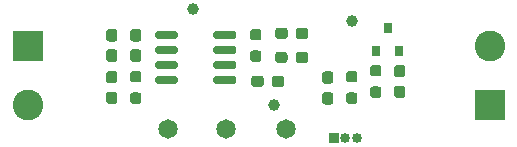
<source format=gbr>
%TF.GenerationSoftware,KiCad,Pcbnew,(5.1.10)-1*%
%TF.CreationDate,2021-06-27T21:28:02-04:00*%
%TF.ProjectId,PWM_Generator,50574d5f-4765-46e6-9572-61746f722e6b,rev?*%
%TF.SameCoordinates,Original*%
%TF.FileFunction,Soldermask,Top*%
%TF.FilePolarity,Negative*%
%FSLAX46Y46*%
G04 Gerber Fmt 4.6, Leading zero omitted, Abs format (unit mm)*
G04 Created by KiCad (PCBNEW (5.1.10)-1) date 2021-06-27 21:28:02*
%MOMM*%
%LPD*%
G01*
G04 APERTURE LIST*
%ADD10O,0.850000X0.850000*%
%ADD11R,0.850000X0.850000*%
%ADD12C,1.651000*%
%ADD13C,1.000000*%
%ADD14R,0.800000X0.900000*%
%ADD15C,2.600000*%
%ADD16R,2.600000X2.600000*%
G04 APERTURE END LIST*
D10*
%TO.C,J3*%
X124936000Y-90678000D03*
X123936000Y-90678000D03*
D11*
X122936000Y-90678000D03*
%TD*%
D12*
%TO.C,R3*%
X118872000Y-89916000D03*
X113850420Y-89916000D03*
X108872020Y-89916000D03*
%TD*%
D13*
%TO.C,TP3*%
X124460000Y-80772000D03*
%TD*%
%TO.C,TP2*%
X110998000Y-79756000D03*
%TD*%
%TO.C,TP1*%
X117856000Y-87884000D03*
%TD*%
%TO.C,U1*%
G36*
G01*
X112752000Y-82065000D02*
X112752000Y-81765000D01*
G75*
G02*
X112902000Y-81615000I150000J0D01*
G01*
X114552000Y-81615000D01*
G75*
G02*
X114702000Y-81765000I0J-150000D01*
G01*
X114702000Y-82065000D01*
G75*
G02*
X114552000Y-82215000I-150000J0D01*
G01*
X112902000Y-82215000D01*
G75*
G02*
X112752000Y-82065000I0J150000D01*
G01*
G37*
G36*
G01*
X112752000Y-83335000D02*
X112752000Y-83035000D01*
G75*
G02*
X112902000Y-82885000I150000J0D01*
G01*
X114552000Y-82885000D01*
G75*
G02*
X114702000Y-83035000I0J-150000D01*
G01*
X114702000Y-83335000D01*
G75*
G02*
X114552000Y-83485000I-150000J0D01*
G01*
X112902000Y-83485000D01*
G75*
G02*
X112752000Y-83335000I0J150000D01*
G01*
G37*
G36*
G01*
X112752000Y-84605000D02*
X112752000Y-84305000D01*
G75*
G02*
X112902000Y-84155000I150000J0D01*
G01*
X114552000Y-84155000D01*
G75*
G02*
X114702000Y-84305000I0J-150000D01*
G01*
X114702000Y-84605000D01*
G75*
G02*
X114552000Y-84755000I-150000J0D01*
G01*
X112902000Y-84755000D01*
G75*
G02*
X112752000Y-84605000I0J150000D01*
G01*
G37*
G36*
G01*
X112752000Y-85875000D02*
X112752000Y-85575000D01*
G75*
G02*
X112902000Y-85425000I150000J0D01*
G01*
X114552000Y-85425000D01*
G75*
G02*
X114702000Y-85575000I0J-150000D01*
G01*
X114702000Y-85875000D01*
G75*
G02*
X114552000Y-86025000I-150000J0D01*
G01*
X112902000Y-86025000D01*
G75*
G02*
X112752000Y-85875000I0J150000D01*
G01*
G37*
G36*
G01*
X107802000Y-85875000D02*
X107802000Y-85575000D01*
G75*
G02*
X107952000Y-85425000I150000J0D01*
G01*
X109602000Y-85425000D01*
G75*
G02*
X109752000Y-85575000I0J-150000D01*
G01*
X109752000Y-85875000D01*
G75*
G02*
X109602000Y-86025000I-150000J0D01*
G01*
X107952000Y-86025000D01*
G75*
G02*
X107802000Y-85875000I0J150000D01*
G01*
G37*
G36*
G01*
X107802000Y-84605000D02*
X107802000Y-84305000D01*
G75*
G02*
X107952000Y-84155000I150000J0D01*
G01*
X109602000Y-84155000D01*
G75*
G02*
X109752000Y-84305000I0J-150000D01*
G01*
X109752000Y-84605000D01*
G75*
G02*
X109602000Y-84755000I-150000J0D01*
G01*
X107952000Y-84755000D01*
G75*
G02*
X107802000Y-84605000I0J150000D01*
G01*
G37*
G36*
G01*
X107802000Y-83335000D02*
X107802000Y-83035000D01*
G75*
G02*
X107952000Y-82885000I150000J0D01*
G01*
X109602000Y-82885000D01*
G75*
G02*
X109752000Y-83035000I0J-150000D01*
G01*
X109752000Y-83335000D01*
G75*
G02*
X109602000Y-83485000I-150000J0D01*
G01*
X107952000Y-83485000D01*
G75*
G02*
X107802000Y-83335000I0J150000D01*
G01*
G37*
G36*
G01*
X107802000Y-82065000D02*
X107802000Y-81765000D01*
G75*
G02*
X107952000Y-81615000I150000J0D01*
G01*
X109602000Y-81615000D01*
G75*
G02*
X109752000Y-81765000I0J-150000D01*
G01*
X109752000Y-82065000D01*
G75*
G02*
X109602000Y-82215000I-150000J0D01*
G01*
X107952000Y-82215000D01*
G75*
G02*
X107802000Y-82065000I0J150000D01*
G01*
G37*
%TD*%
%TO.C,R5*%
G36*
G01*
X126254500Y-86277000D02*
X126729500Y-86277000D01*
G75*
G02*
X126967000Y-86514500I0J-237500D01*
G01*
X126967000Y-87014500D01*
G75*
G02*
X126729500Y-87252000I-237500J0D01*
G01*
X126254500Y-87252000D01*
G75*
G02*
X126017000Y-87014500I0J237500D01*
G01*
X126017000Y-86514500D01*
G75*
G02*
X126254500Y-86277000I237500J0D01*
G01*
G37*
G36*
G01*
X126254500Y-84452000D02*
X126729500Y-84452000D01*
G75*
G02*
X126967000Y-84689500I0J-237500D01*
G01*
X126967000Y-85189500D01*
G75*
G02*
X126729500Y-85427000I-237500J0D01*
G01*
X126254500Y-85427000D01*
G75*
G02*
X126017000Y-85189500I0J237500D01*
G01*
X126017000Y-84689500D01*
G75*
G02*
X126254500Y-84452000I237500J0D01*
G01*
G37*
%TD*%
%TO.C,R4*%
G36*
G01*
X124697500Y-85935000D02*
X124222500Y-85935000D01*
G75*
G02*
X123985000Y-85697500I0J237500D01*
G01*
X123985000Y-85197500D01*
G75*
G02*
X124222500Y-84960000I237500J0D01*
G01*
X124697500Y-84960000D01*
G75*
G02*
X124935000Y-85197500I0J-237500D01*
G01*
X124935000Y-85697500D01*
G75*
G02*
X124697500Y-85935000I-237500J0D01*
G01*
G37*
G36*
G01*
X124697500Y-87760000D02*
X124222500Y-87760000D01*
G75*
G02*
X123985000Y-87522500I0J237500D01*
G01*
X123985000Y-87022500D01*
G75*
G02*
X124222500Y-86785000I237500J0D01*
G01*
X124697500Y-86785000D01*
G75*
G02*
X124935000Y-87022500I0J-237500D01*
G01*
X124935000Y-87522500D01*
G75*
G02*
X124697500Y-87760000I-237500J0D01*
G01*
G37*
%TD*%
%TO.C,R2*%
G36*
G01*
X116094500Y-83229000D02*
X116569500Y-83229000D01*
G75*
G02*
X116807000Y-83466500I0J-237500D01*
G01*
X116807000Y-83966500D01*
G75*
G02*
X116569500Y-84204000I-237500J0D01*
G01*
X116094500Y-84204000D01*
G75*
G02*
X115857000Y-83966500I0J237500D01*
G01*
X115857000Y-83466500D01*
G75*
G02*
X116094500Y-83229000I237500J0D01*
G01*
G37*
G36*
G01*
X116094500Y-81404000D02*
X116569500Y-81404000D01*
G75*
G02*
X116807000Y-81641500I0J-237500D01*
G01*
X116807000Y-82141500D01*
G75*
G02*
X116569500Y-82379000I-237500J0D01*
G01*
X116094500Y-82379000D01*
G75*
G02*
X115857000Y-82141500I0J237500D01*
G01*
X115857000Y-81641500D01*
G75*
G02*
X116094500Y-81404000I237500J0D01*
G01*
G37*
%TD*%
%TO.C,R1*%
G36*
G01*
X105934500Y-86785000D02*
X106409500Y-86785000D01*
G75*
G02*
X106647000Y-87022500I0J-237500D01*
G01*
X106647000Y-87522500D01*
G75*
G02*
X106409500Y-87760000I-237500J0D01*
G01*
X105934500Y-87760000D01*
G75*
G02*
X105697000Y-87522500I0J237500D01*
G01*
X105697000Y-87022500D01*
G75*
G02*
X105934500Y-86785000I237500J0D01*
G01*
G37*
G36*
G01*
X105934500Y-84960000D02*
X106409500Y-84960000D01*
G75*
G02*
X106647000Y-85197500I0J-237500D01*
G01*
X106647000Y-85697500D01*
G75*
G02*
X106409500Y-85935000I-237500J0D01*
G01*
X105934500Y-85935000D01*
G75*
G02*
X105697000Y-85697500I0J237500D01*
G01*
X105697000Y-85197500D01*
G75*
G02*
X105934500Y-84960000I237500J0D01*
G01*
G37*
%TD*%
D14*
%TO.C,Q1*%
X127508000Y-81296000D03*
X128458000Y-83296000D03*
X126558000Y-83296000D03*
%TD*%
D15*
%TO.C,J2*%
X136144000Y-82884000D03*
D16*
X136144000Y-87884000D03*
%TD*%
D15*
%TO.C,J1*%
X97028000Y-87884000D03*
D16*
X97028000Y-82884000D03*
%TD*%
%TO.C,D4*%
G36*
G01*
X128286500Y-86202000D02*
X128761500Y-86202000D01*
G75*
G02*
X128999000Y-86439500I0J-237500D01*
G01*
X128999000Y-87014500D01*
G75*
G02*
X128761500Y-87252000I-237500J0D01*
G01*
X128286500Y-87252000D01*
G75*
G02*
X128049000Y-87014500I0J237500D01*
G01*
X128049000Y-86439500D01*
G75*
G02*
X128286500Y-86202000I237500J0D01*
G01*
G37*
G36*
G01*
X128286500Y-84452000D02*
X128761500Y-84452000D01*
G75*
G02*
X128999000Y-84689500I0J-237500D01*
G01*
X128999000Y-85264500D01*
G75*
G02*
X128761500Y-85502000I-237500J0D01*
G01*
X128286500Y-85502000D01*
G75*
G02*
X128049000Y-85264500I0J237500D01*
G01*
X128049000Y-84689500D01*
G75*
G02*
X128286500Y-84452000I237500J0D01*
G01*
G37*
%TD*%
%TO.C,D3*%
G36*
G01*
X122190500Y-86755000D02*
X122665500Y-86755000D01*
G75*
G02*
X122903000Y-86992500I0J-237500D01*
G01*
X122903000Y-87567500D01*
G75*
G02*
X122665500Y-87805000I-237500J0D01*
G01*
X122190500Y-87805000D01*
G75*
G02*
X121953000Y-87567500I0J237500D01*
G01*
X121953000Y-86992500D01*
G75*
G02*
X122190500Y-86755000I237500J0D01*
G01*
G37*
G36*
G01*
X122190500Y-85005000D02*
X122665500Y-85005000D01*
G75*
G02*
X122903000Y-85242500I0J-237500D01*
G01*
X122903000Y-85817500D01*
G75*
G02*
X122665500Y-86055000I-237500J0D01*
G01*
X122190500Y-86055000D01*
G75*
G02*
X121953000Y-85817500I0J237500D01*
G01*
X121953000Y-85242500D01*
G75*
G02*
X122190500Y-85005000I237500J0D01*
G01*
G37*
%TD*%
%TO.C,D2*%
G36*
G01*
X119730000Y-84057500D02*
X119730000Y-83582500D01*
G75*
G02*
X119967500Y-83345000I237500J0D01*
G01*
X120542500Y-83345000D01*
G75*
G02*
X120780000Y-83582500I0J-237500D01*
G01*
X120780000Y-84057500D01*
G75*
G02*
X120542500Y-84295000I-237500J0D01*
G01*
X119967500Y-84295000D01*
G75*
G02*
X119730000Y-84057500I0J237500D01*
G01*
G37*
G36*
G01*
X117980000Y-84057500D02*
X117980000Y-83582500D01*
G75*
G02*
X118217500Y-83345000I237500J0D01*
G01*
X118792500Y-83345000D01*
G75*
G02*
X119030000Y-83582500I0J-237500D01*
G01*
X119030000Y-84057500D01*
G75*
G02*
X118792500Y-84295000I-237500J0D01*
G01*
X118217500Y-84295000D01*
G75*
G02*
X117980000Y-84057500I0J237500D01*
G01*
G37*
%TD*%
%TO.C,D1*%
G36*
G01*
X103902500Y-86710000D02*
X104377500Y-86710000D01*
G75*
G02*
X104615000Y-86947500I0J-237500D01*
G01*
X104615000Y-87522500D01*
G75*
G02*
X104377500Y-87760000I-237500J0D01*
G01*
X103902500Y-87760000D01*
G75*
G02*
X103665000Y-87522500I0J237500D01*
G01*
X103665000Y-86947500D01*
G75*
G02*
X103902500Y-86710000I237500J0D01*
G01*
G37*
G36*
G01*
X103902500Y-84960000D02*
X104377500Y-84960000D01*
G75*
G02*
X104615000Y-85197500I0J-237500D01*
G01*
X104615000Y-85772500D01*
G75*
G02*
X104377500Y-86010000I-237500J0D01*
G01*
X103902500Y-86010000D01*
G75*
G02*
X103665000Y-85772500I0J237500D01*
G01*
X103665000Y-85197500D01*
G75*
G02*
X103902500Y-84960000I237500J0D01*
G01*
G37*
%TD*%
%TO.C,C4*%
G36*
G01*
X104377500Y-82479000D02*
X103902500Y-82479000D01*
G75*
G02*
X103665000Y-82241500I0J237500D01*
G01*
X103665000Y-81641500D01*
G75*
G02*
X103902500Y-81404000I237500J0D01*
G01*
X104377500Y-81404000D01*
G75*
G02*
X104615000Y-81641500I0J-237500D01*
G01*
X104615000Y-82241500D01*
G75*
G02*
X104377500Y-82479000I-237500J0D01*
G01*
G37*
G36*
G01*
X104377500Y-84204000D02*
X103902500Y-84204000D01*
G75*
G02*
X103665000Y-83966500I0J237500D01*
G01*
X103665000Y-83366500D01*
G75*
G02*
X103902500Y-83129000I237500J0D01*
G01*
X104377500Y-83129000D01*
G75*
G02*
X104615000Y-83366500I0J-237500D01*
G01*
X104615000Y-83966500D01*
G75*
G02*
X104377500Y-84204000I-237500J0D01*
G01*
G37*
%TD*%
%TO.C,C3*%
G36*
G01*
X106409500Y-82479000D02*
X105934500Y-82479000D01*
G75*
G02*
X105697000Y-82241500I0J237500D01*
G01*
X105697000Y-81641500D01*
G75*
G02*
X105934500Y-81404000I237500J0D01*
G01*
X106409500Y-81404000D01*
G75*
G02*
X106647000Y-81641500I0J-237500D01*
G01*
X106647000Y-82241500D01*
G75*
G02*
X106409500Y-82479000I-237500J0D01*
G01*
G37*
G36*
G01*
X106409500Y-84204000D02*
X105934500Y-84204000D01*
G75*
G02*
X105697000Y-83966500I0J237500D01*
G01*
X105697000Y-83366500D01*
G75*
G02*
X105934500Y-83129000I237500J0D01*
G01*
X106409500Y-83129000D01*
G75*
G02*
X106647000Y-83366500I0J-237500D01*
G01*
X106647000Y-83966500D01*
G75*
G02*
X106409500Y-84204000I-237500J0D01*
G01*
G37*
%TD*%
%TO.C,C2*%
G36*
G01*
X119705000Y-82025500D02*
X119705000Y-81550500D01*
G75*
G02*
X119942500Y-81313000I237500J0D01*
G01*
X120542500Y-81313000D01*
G75*
G02*
X120780000Y-81550500I0J-237500D01*
G01*
X120780000Y-82025500D01*
G75*
G02*
X120542500Y-82263000I-237500J0D01*
G01*
X119942500Y-82263000D01*
G75*
G02*
X119705000Y-82025500I0J237500D01*
G01*
G37*
G36*
G01*
X117980000Y-82025500D02*
X117980000Y-81550500D01*
G75*
G02*
X118217500Y-81313000I237500J0D01*
G01*
X118817500Y-81313000D01*
G75*
G02*
X119055000Y-81550500I0J-237500D01*
G01*
X119055000Y-82025500D01*
G75*
G02*
X118817500Y-82263000I-237500J0D01*
G01*
X118217500Y-82263000D01*
G75*
G02*
X117980000Y-82025500I0J237500D01*
G01*
G37*
%TD*%
%TO.C,C1*%
G36*
G01*
X117673000Y-86089500D02*
X117673000Y-85614500D01*
G75*
G02*
X117910500Y-85377000I237500J0D01*
G01*
X118510500Y-85377000D01*
G75*
G02*
X118748000Y-85614500I0J-237500D01*
G01*
X118748000Y-86089500D01*
G75*
G02*
X118510500Y-86327000I-237500J0D01*
G01*
X117910500Y-86327000D01*
G75*
G02*
X117673000Y-86089500I0J237500D01*
G01*
G37*
G36*
G01*
X115948000Y-86089500D02*
X115948000Y-85614500D01*
G75*
G02*
X116185500Y-85377000I237500J0D01*
G01*
X116785500Y-85377000D01*
G75*
G02*
X117023000Y-85614500I0J-237500D01*
G01*
X117023000Y-86089500D01*
G75*
G02*
X116785500Y-86327000I-237500J0D01*
G01*
X116185500Y-86327000D01*
G75*
G02*
X115948000Y-86089500I0J237500D01*
G01*
G37*
%TD*%
M02*

</source>
